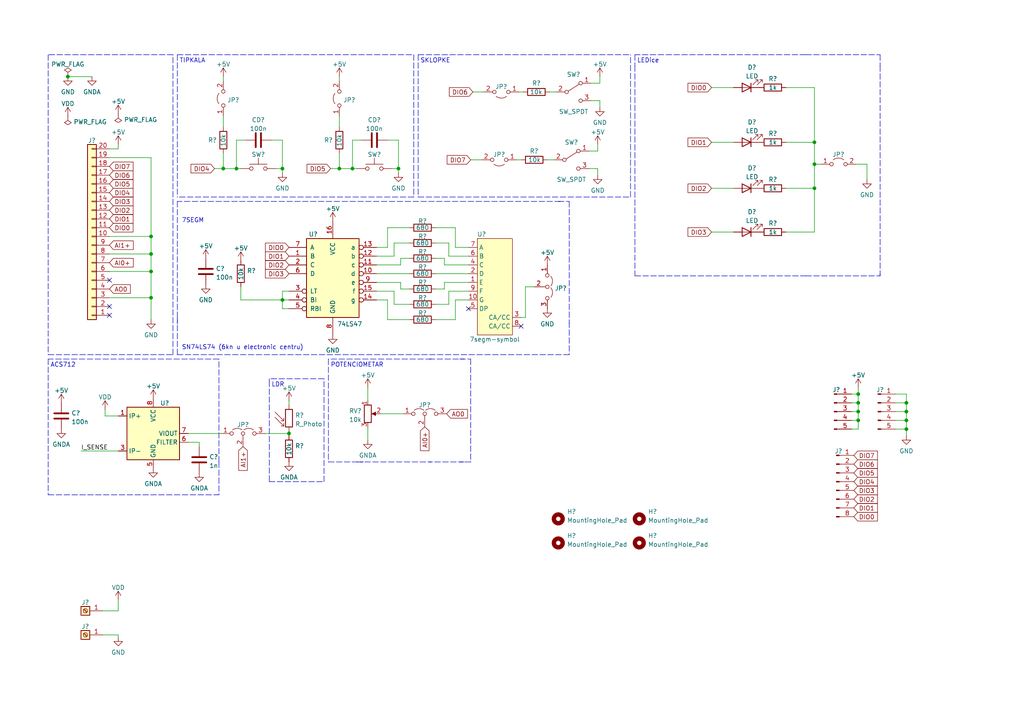
<source format=kicad_sch>
(kicad_sch (version 20211123) (generator eeschema)
  (paper "A4")
  (title_block (title "myDAQExpansionBoard") (date "2022-07-24") (rev "1") (company "TVZ"))
  (lib_symbols
    (symbol "74xx:74LS47" (pin_names (offset 1.016))
      (property "Reference" "U" (at -7.62 11.43 0))
      (property "Value" "74LS47" (at -7.62 -13.97 0))
      (symbol "74LS47_1_0"
        (pin input line (at -12.7 5.08 0) (length 5.08) (name "B") (number "1"))
        (pin open_collector inverted (at 12.7 0 180) (length 5.08) (name "d") (number "10"))
        (pin open_collector inverted (at 12.7 2.54 180) (length 5.08) (name "c") (number "11"))
        (pin open_collector inverted (at 12.7 5.08 180) (length 5.08) (name "b") (number "12"))
        (pin open_collector inverted (at 12.7 7.62 180) (length 5.08) (name "a") (number "13"))
        (pin open_collector inverted (at 12.7 -7.62 180) (length 5.08) (name "g") (number "14"))
        (pin open_collector inverted (at 12.7 -5.08 180) (length 5.08) (name "f") (number "15"))
        (pin power_in line (at 0 15.24 270) (length 5.08) (name "VCC") (number "16"))
        (pin input line (at -12.7 2.54 0) (length 5.08) (name "C") (number "2"))
        (pin input inverted (at -12.7 -5.08 0) (length 5.08) (name "LT") (number "3"))
        (pin input inverted (at -12.7 -7.62 0) (length 5.08) (name "BI") (number "4"))
        (pin input inverted (at -12.7 -10.16 0) (length 5.08) (name "RBI") (number "5"))
        (pin input line (at -12.7 0 0) (length 5.08) (name "D") (number "6"))
        (pin input line (at -12.7 7.62 0) (length 5.08) (name "A") (number "7"))
        (pin power_in line (at 0 -17.78 90) (length 5.08) (name "GND") (number "8"))
        (pin open_collector inverted (at 12.7 -2.54 180) (length 5.08) (name "e") (number "9"))
      )
    )
    (symbol "Connector:Conn_01x05_Male" (pin_names (offset 1.016) hide)
      (property "Reference" "J" (at 0 7.62 0))
      (property "Value" "Conn_01x05_Male" (at 0 -7.62 0))
      (symbol "Conn_01x05_Male_1_1"
        (pin passive line (at 5.08 5.08 180) (length 3.81) (name "Pin_1") (number "1"))
        (pin passive line (at 5.08 2.54 180) (length 3.81) (name "Pin_2") (number "2"))
        (pin passive line (at 5.08 0 180) (length 3.81) (name "Pin_3") (number "3"))
        (pin passive line (at 5.08 -2.54 180) (length 3.81) (name "Pin_4") (number "4"))
        (pin passive line (at 5.08 -5.08 180) (length 3.81) (name "Pin_5") (number "5"))
      )
    )
    (symbol "Connector:Conn_01x08_Male" (pin_names (offset 1.016) hide)
      (property "Reference" "J" (at 0 10.16 0))
      (property "Value" "Conn_01x08_Male" (at 0 -12.7 0))
      (symbol "Conn_01x08_Male_1_1"
        (pin passive line (at 5.08 7.62 180) (length 3.81) (name "Pin_1") (number "1"))
        (pin passive line (at 5.08 5.08 180) (length 3.81) (name "Pin_2") (number "2"))
        (pin passive line (at 5.08 2.54 180) (length 3.81) (name "Pin_3") (number "3"))
        (pin passive line (at 5.08 0 180) (length 3.81) (name "Pin_4") (number "4"))
        (pin passive line (at 5.08 -2.54 180) (length 3.81) (name "Pin_5") (number "5"))
        (pin passive line (at 5.08 -5.08 180) (length 3.81) (name "Pin_6") (number "6"))
        (pin passive line (at 5.08 -7.62 180) (length 3.81) (name "Pin_7") (number "7"))
        (pin passive line (at 5.08 -10.16 180) (length 3.81) (name "Pin_8") (number "8"))
      )
    )
    (symbol "Connector:Screw_Terminal_01x01" (pin_names (offset 1.016) hide)
      (property "Reference" "J" (at 0 2.54 0))
      (property "Value" "Screw_Terminal_01x01" (at 0 -2.54 0))
      (symbol "Screw_Terminal_01x01_1_1"
        (pin passive line (at -5.08 0 0) (length 3.81) (name "Pin_1") (number "1"))
      )
    )
    (symbol "Connector:Screw_Terminal_01x02" (pin_names (offset 1.016) hide)
      (property "Reference" "J" (at 0 2.54 0))
      (property "Value" "Screw_Terminal_01x02" (at 0 -5.08 0))
      (symbol "Screw_Terminal_01x02_1_1"
        (pin passive line (at -5.08 0 0) (length 3.81) (name "Pin_1") (number "1"))
        (pin passive line (at -5.08 -2.54 0) (length 3.81) (name "Pin_2") (number "2"))
      )
    )
    (symbol "Connector_Generic:Conn_01x20" (pin_names (offset 1.016) hide)
      (property "Reference" "J" (at 0 25.4 0))
      (property "Value" "Conn_01x20" (at 0 -27.94 0))
      (symbol "Conn_01x20_1_1"
        (pin passive line (at -5.08 22.86 0) (length 3.81) (name "Pin_1") (number "1"))
        (pin passive line (at -5.08 0 0) (length 3.81) (name "Pin_10") (number "10"))
        (pin passive line (at -5.08 -2.54 0) (length 3.81) (name "Pin_11") (number "11"))
        (pin passive line (at -5.08 -5.08 0) (length 3.81) (name "Pin_12") (number "12"))
        (pin passive line (at -5.08 -7.62 0) (length 3.81) (name "Pin_13") (number "13"))
        (pin passive line (at -5.08 -10.16 0) (length 3.81) (name "Pin_14") (number "14"))
        (pin passive line (at -5.08 -12.7 0) (length 3.81) (name "Pin_15") (number "15"))
        (pin passive line (at -5.08 -15.24 0) (length 3.81) (name "Pin_16") (number "16"))
        (pin passive line (at -5.08 -17.78 0) (length 3.81) (name "Pin_17") (number "17"))
        (pin passive line (at -5.08 -20.32 0) (length 3.81) (name "Pin_18") (number "18"))
        (pin passive line (at -5.08 -22.86 0) (length 3.81) (name "Pin_19") (number "19"))
        (pin passive line (at -5.08 20.32 0) (length 3.81) (name "Pin_2") (number "2"))
        (pin passive line (at -5.08 -25.4 0) (length 3.81) (name "Pin_20") (number "20"))
        (pin passive line (at -5.08 17.78 0) (length 3.81) (name "Pin_3") (number "3"))
        (pin passive line (at -5.08 15.24 0) (length 3.81) (name "Pin_4") (number "4"))
        (pin passive line (at -5.08 12.7 0) (length 3.81) (name "Pin_5") (number "5"))
        (pin passive line (at -5.08 10.16 0) (length 3.81) (name "Pin_6") (number "6"))
        (pin passive line (at -5.08 7.62 0) (length 3.81) (name "Pin_7") (number "7"))
        (pin passive line (at -5.08 5.08 0) (length 3.81) (name "Pin_8") (number "8"))
        (pin passive line (at -5.08 2.54 0) (length 3.81) (name "Pin_9") (number "9"))
      )
    )
    (symbol "Device:C" (pin_numbers hide) (pin_names (offset 0.254))
      (property "Reference" "C" (at 0.635 2.54 0))
      (property "Value" "C" (at 0.635 -2.54 0))
      (symbol "C_1_1"
        (pin passive line (at 0 3.81 270) (length 2.794) (name "~") (number "1"))
        (pin passive line (at 0 -3.81 90) (length 2.794) (name "~") (number "2"))
      )
    )
    (symbol "Device:LED" (pin_numbers hide) (pin_names (offset 1.016) hide)
      (property "Reference" "D" (at 0 2.54 0))
      (property "Value" "LED" (at 0 -2.54 0))
      (symbol "LED_1_1"
        (pin passive line (at -3.81 0 0) (length 2.54) (name "K") (number "1"))
        (pin passive line (at 3.81 0 180) (length 2.54) (name "A") (number "2"))
      )
    )
    (symbol "Device:R" (pin_numbers hide) (pin_names (offset 0))
      (property "Reference" "R" (at 2.032 0 90))
      (property "Value" "R" (at 0 0 90))
      (symbol "R_1_1"
        (pin passive line (at 0 3.81 270) (length 1.27) (name "~") (number "1"))
        (pin passive line (at 0 -3.81 90) (length 1.27) (name "~") (number "2"))
      )
    )
    (symbol "Device:R_Photo" (pin_numbers hide) (pin_names (offset 0))
      (property "Reference" "R" (at 1.27 1.27 0))
      (property "Value" "R_Photo" (at 1.27 0 0))
      (symbol "R_Photo_1_1"
        (pin passive line (at 0 3.81 270) (length 1.27) (name "~") (number "1"))
        (pin passive line (at 0 -3.81 90) (length 1.27) (name "~") (number "2"))
      )
    )
    (symbol "Device:R_Potentiometer" (pin_names (offset 1.016) hide)
      (property "Reference" "RV" (at -4.445 0 90))
      (property "Value" "R_Potentiometer" (at -2.54 0 90))
      (symbol "R_Potentiometer_1_1"
        (pin passive line (at 0 3.81 270) (length 1.27) (name "1") (number "1"))
        (pin passive line (at 3.81 0 180) (length 1.27) (name "2") (number "2"))
        (pin passive line (at 0 -3.81 90) (length 1.27) (name "3") (number "3"))
      )
    )
    (symbol "Driver_Motor:L298N" (pin_names (offset 1.016))
      (property "Reference" "U" (at -10.16 16.51 0))
      (property "Value" "L298N" (at 12.7 16.51 0))
      (symbol "L298N_1_1"
        (pin power_in line (at -7.62 -17.78 90) (length 2.54) (name "SENSE_A") (number "1"))
        (pin input line (at -15.24 2.54 0) (length 2.54) (name "IN3") (number "10"))
        (pin input line (at -15.24 -2.54 0) (length 2.54) (name "EnB") (number "11"))
        (pin input line (at -15.24 0 0) (length 2.54) (name "IN4") (number "12"))
        (pin output line (at 15.24 -2.54 180) (length 2.54) (name "OUT3") (number "13"))
        (pin output line (at 15.24 -5.08 180) (length 2.54) (name "OUT4") (number "14"))
        (pin power_in line (at -5.08 -17.78 90) (length 2.54) (name "SENSE_B") (number "15"))
        (pin output line (at 15.24 5.08 180) (length 2.54) (name "OUT1") (number "2"))
        (pin output line (at 15.24 2.54 180) (length 2.54) (name "OUT2") (number "3"))
        (pin power_in line (at 2.54 17.78 270) (length 2.54) (name "Vs") (number "4"))
        (pin input line (at -15.24 12.7 0) (length 2.54) (name "IN1") (number "5"))
        (pin input line (at -15.24 7.62 0) (length 2.54) (name "EnA") (number "6"))
        (pin input line (at -15.24 10.16 0) (length 2.54) (name "IN2") (number "7"))
        (pin power_in line (at 0 -17.78 90) (length 2.54) (name "GND") (number "8"))
        (pin power_in line (at 0 17.78 270) (length 2.54) (name "Vss") (number "9"))
      )
    )
    (symbol "Jumper:Jumper_2_Open" (pin_names (offset 0) hide)
      (property "Reference" "JP" (at 0 2.794 0))
      (property "Value" "Jumper_2_Open" (at 0 -2.286 0))
      (symbol "Jumper_2_Open_1_1"
        (pin passive line (at -5.08 0 0) (length 2.54) (name "A") (number "1"))
        (pin passive line (at 5.08 0 180) (length 2.54) (name "B") (number "2"))
      )
    )
    (symbol "Jumper:Jumper_3_Open" (pin_names (offset 0) hide)
      (property "Reference" "JP" (at -2.54 -2.54 0))
      (property "Value" "Jumper_3_Open" (at 0 2.794 0))
      (symbol "Jumper_3_Open_1_1"
        (pin passive line (at -6.35 0 0) (length 2.54) (name "A") (number "1"))
        (pin passive line (at 0 -3.81 90) (length 2.54) (name "C") (number "2"))
        (pin passive line (at 6.35 0 180) (length 2.54) (name "B") (number "3"))
      )
    )
    (symbol "Mechanical:MountingHole" (pin_names (offset 1.016))
      (property "Reference" "H" (at 0 5.08 0))
      (property "Value" "MountingHole" (at 0 3.175 0))
    )
    (symbol "Sensor_Current:ACS712xLCTR-05B"
      (property "Reference" "U" (at 2.54 11.43 0))
      (property "Value" "ACS712xLCTR-05B" (at 2.54 8.89 0))
      (symbol "ACS712xLCTR-05B_1_1"
        (pin passive line (at -10.16 5.08 0) (length 2.54) (name "IP+") (number "1"))
        (pin passive line (at -10.16 5.08 0) (length 2.54) hide (name "IP+") (number "2"))
        (pin passive line (at -10.16 -5.08 0) (length 2.54) (name "IP-") (number "3"))
        (pin passive line (at -10.16 -5.08 0) (length 2.54) hide (name "IP-") (number "4"))
        (pin power_in line (at 0 -10.16 90) (length 2.54) (name "GND") (number "5"))
        (pin passive line (at 10.16 -2.54 180) (length 2.54) (name "FILTER") (number "6"))
        (pin output line (at 10.16 0 180) (length 2.54) (name "VIOUT") (number "7"))
        (pin power_in line (at 0 10.16 270) (length 2.54) (name "VCC") (number "8"))
      )
    )
    (symbol "Switch:SW_Push" (pin_numbers hide) (pin_names (offset 1.016) hide)
      (property "Reference" "SW" (at 1.27 2.54 0))
      (property "Value" "SW_Push" (at 0 -1.524 0))
      (symbol "SW_Push_0_1"
        (pin passive line (at -5.08 0 0) (length 2.54) (name "1") (number "1"))
        (pin passive line (at 5.08 0 180) (length 2.54) (name "2") (number "2"))
      )
    )
    (symbol "Switch:SW_SPDT" (pin_names (offset 0) hide)
      (property "Reference" "SW" (at 0 4.318 0))
      (property "Value" "SW_SPDT" (at 0 -5.08 0))
      (symbol "SW_SPDT_1_1"
        (pin passive line (at 5.08 2.54 180) (length 2.54) (name "A") (number "1"))
        (pin passive line (at -5.08 0 0) (length 2.54) (name "B") (number "2"))
        (pin passive line (at 5.08 -2.54 180) (length 2.54) (name "C") (number "3"))
      )
    )
    (symbol "Symbols:7segm-symbol"
      (property "Reference" "U" (at -5.08 15.24 0))
      (property "Value" "7segm-symbol" (at 7.62 -17.78 0))
      (symbol "7segm-symbol_1_1"
        (pin input line (at -7.62 0 0) (length 2.54) (name "E") (number "1"))
        (pin input line (at -7.62 -5.08 0) (length 2.54) (name "G") (number "10"))
        (pin input line (at -7.62 2.54 0) (length 2.54) (name "D") (number "2"))
        (pin input line (at 7.62 -10.16 180) (length 2.54) (name "CA/CC") (number "3"))
        (pin input line (at -7.62 5.08 0) (length 2.54) (name "C") (number "4"))
        (pin input line (at -7.62 -7.62 0) (length 2.54) (name "DP") (number "5"))
        (pin input line (at -7.62 7.62 0) (length 2.54) (name "B") (number "6"))
        (pin input line (at -7.62 10.16 0) (length 2.54) (name "A") (number "7"))
        (pin input line (at 7.62 -12.7 180) (length 2.54) (name "CA/CC") (number "8"))
        (pin input line (at -7.62 -2.54 0) (length 2.54) (name "F") (number "9"))
      )
    )
    (symbol "power:+5V" (power) (pin_names (offset 0))
      (property "Value" "+5V" (at 0 3.556 0))
      (symbol "+5V_1_1"
        (pin power_in line (at 0 0 90) (length 0) hide (name "+5V") (number "1"))
      )
    )
    (symbol "power:GND" (power) (pin_names (offset 0))
      (property "Value" "GND" (at 0 -3.81 0))
      (symbol "GND_1_1"
        (pin power_in line (at 0 0 270) (length 0) hide (name "GND") (number "1"))
      )
    )
    (symbol "power:GNDA" (power) (pin_names (offset 0))
      (property "Value" "GNDA" (at 0 -3.81 0))
      (symbol "GNDA_1_1"
        (pin power_in line (at 0 0 270) (length 0) hide (name "GNDA") (number "1"))
      )
    )
    (symbol "power:PWR_FLAG" (power) (pin_numbers hide) (pin_names (offset 0) hide)
      (property "Value" "PWR_FLAG" (at 0 3.81 0))
      (symbol "PWR_FLAG_0_0"
        (pin power_out line (at 0 0 90) (length 0) (name "pwr") (number "1"))
      )
    )
    (symbol "power:VDD" (power) (pin_names (offset 0))
      (property "Value" "VDD" (at 0 3.81 0))
      (symbol "VDD_1_1"
        (pin power_in line (at 0 0 90) (length 0) hide (name "VDD") (number "1"))
      )
    )
  )
  (junction (at 248.92 116.84))
  (junction (at 248.92 114.3))
  (junction (at 262.89 124.46))
  (junction (at 389.89 83.185))
  (junction (at 236.22 47.625))
  (junction (at 262.89 121.92))
  (junction (at 68.58 48.895))
  (junction (at 115.57 48.895))
  (junction (at 81.915 48.895))
  (junction (at 102.235 48.895))
  (junction (at 83.82 125.73))
  (junction (at 236.22 41.275))
  (junction (at 248.92 121.92))
  (junction (at 236.22 54.61))
  (junction (at 262.89 119.38))
  (junction (at 19.685 22.225))
  (junction (at 43.815 73.66))
  (junction (at 81.915 86.995))
  (junction (at 43.815 78.74))
  (junction (at 43.815 86.36))
  (junction (at 64.77 48.895))
  (junction (at 262.89 116.84))
  (junction (at 98.425 48.895))
  (junction (at 248.92 119.38))
  (junction (at 43.815 68.58))
  (no_connect (at 135.89 89.535))
  (no_connect (at 31.75 88.9))
  (no_connect (at 31.75 81.28))
  (no_connect (at 31.75 91.44))
  (no_connect (at 151.13 94.615))
  (wire (pts (xy 43.815 86.36) (xy 43.815 78.74)))
  (wire (pts (xy 236.22 54.61) (xy 236.22 47.625)))
  (wire (pts (xy 62.23 48.895) (xy 64.77 48.895)))
  (wire (pts (xy 80.01 48.895) (xy 81.915 48.895)))
  (wire (pts (xy 251.46 47.625) (xy 248.285 47.625)))
  (wire (pts (xy 112.395 40.64) (xy 115.57 40.64)))
  (wire (pts (xy 259.715 121.92) (xy 262.89 121.92)))
  (wire (pts (xy 106.68 123.825) (xy 106.68 127.635)))
  (polyline (pts (xy 165.1 102.87) (xy 51.435 102.87)))
  (polyline (pts (xy 133.35 104.14) (xy 136.525 104.14)))
  (wire (pts (xy 137.16 26.67) (xy 140.335 26.67)))
  (wire (pts (xy 81.915 86.995) (xy 69.85 86.995)))
  (wire (pts (xy 238.125 47.625) (xy 236.22 47.625)))
  (wire (pts (xy 115.57 40.64) (xy 115.57 48.895)))
  (wire (pts (xy 31.75 43.18) (xy 34.29 43.18)))
  (polyline (pts (xy 51.435 15.875) (xy 120.015 15.875)))
  (wire (pts (xy 128.905 81.915) (xy 128.905 83.82)))
  (wire (pts (xy 158.75 46.355) (xy 160.655 46.355)))
  (wire (pts (xy 126.365 79.375) (xy 135.89 79.375)))
  (wire (pts (xy 236.22 47.625) (xy 236.22 41.275)))
  (polyline (pts (xy 121.285 57.15) (xy 182.88 57.15)))
  (polyline (pts (xy 51.435 58.42) (xy 51.435 93.98)))
  (wire (pts (xy 112.395 86.995) (xy 109.22 86.995)))
  (wire (pts (xy 248.92 114.3) (xy 248.92 116.84)))
  (wire (pts (xy 54.61 125.73) (xy 64.135 125.73)))
  (wire (pts (xy 149.86 46.355) (xy 151.13 46.355)))
  (polyline (pts (xy 184.15 80.01) (xy 233.68 80.01)))
  (wire (pts (xy 118.745 92.71) (xy 112.395 92.71)))
  (wire (pts (xy 338.455 83.185) (xy 389.89 83.185)))
  (polyline (pts (xy 13.97 102.87) (xy 50.165 102.87)))
  (wire (pts (xy 114.3 70.485) (xy 114.3 74.295)))
  (wire (pts (xy 116.205 83.82) (xy 116.205 81.915)))
  (wire (pts (xy 68.58 48.895) (xy 69.85 48.895)))
  (wire (pts (xy 206.375 67.31) (xy 212.725 67.31)))
  (wire (pts (xy 31.75 68.58) (xy 43.815 68.58)))
  (polyline (pts (xy 184.15 15.875) (xy 184.15 19.05)))
  (wire (pts (xy 81.915 84.455) (xy 81.915 86.995)))
  (polyline (pts (xy 121.285 15.875) (xy 121.285 57.15)))
  (polyline (pts (xy 136.525 104.14) (xy 136.525 133.985)))
  (wire (pts (xy 19.685 22.225) (xy 26.67 22.225)))
  (polyline (pts (xy 93.98 139.7) (xy 93.98 109.855)))
  (wire (pts (xy 154.94 83.185) (xy 152.4 83.185)))
  (wire (pts (xy 118.745 70.485) (xy 114.3 70.485)))
  (wire (pts (xy 31.75 78.74) (xy 43.815 78.74)))
  (wire (pts (xy 102.235 40.64) (xy 102.235 48.895)))
  (wire (pts (xy 173.99 31.115) (xy 173.99 29.21)))
  (wire (pts (xy 116.205 81.915) (xy 109.22 81.915)))
  (wire (pts (xy 98.425 22.225) (xy 98.425 23.495)))
  (wire (pts (xy 132.08 66.04) (xy 126.365 66.04)))
  (polyline (pts (xy 121.285 15.875) (xy 182.88 15.875)))
  (wire (pts (xy 98.425 33.655) (xy 98.425 36.83)))
  (wire (pts (xy 173.99 29.21) (xy 171.45 29.21)))
  (polyline (pts (xy 63.5 133.985) (xy 63.5 104.14)))
  (wire (pts (xy 43.815 73.66) (xy 43.815 68.58)))
  (wire (pts (xy 112.395 66.04) (xy 112.395 71.755)))
  (wire (pts (xy 57.785 128.27) (xy 57.785 129.54)))
  (wire (pts (xy 248.92 121.92) (xy 248.92 124.46)))
  (wire (pts (xy 338.455 85.725) (xy 338.455 83.185)))
  (wire (pts (xy 259.715 119.38) (xy 262.89 119.38)))
  (wire (pts (xy 247.015 114.3) (xy 248.92 114.3)))
  (wire (pts (xy 206.375 25.4) (xy 212.725 25.4)))
  (wire (pts (xy 115.57 50.165) (xy 115.57 48.895)))
  (wire (pts (xy 102.235 40.64) (xy 104.775 40.64)))
  (wire (pts (xy 135.89 76.835) (xy 128.905 76.835)))
  (wire (pts (xy 78.74 40.64) (xy 81.915 40.64)))
  (wire (pts (xy 262.89 126.365) (xy 262.89 124.46)))
  (wire (pts (xy 43.815 78.74) (xy 43.815 73.66)))
  (wire (pts (xy 95.885 48.895) (xy 98.425 48.895)))
  (wire (pts (xy 98.425 48.895) (xy 102.235 48.895)))
  (wire (pts (xy 30.48 120.65) (xy 30.48 118.745)))
  (wire (pts (xy 130.175 88.265) (xy 126.365 88.265)))
  (wire (pts (xy 389.89 83.185) (xy 389.89 80.01)))
  (wire (pts (xy 392.43 83.185) (xy 408.94 83.185)))
  (polyline (pts (xy 78.105 110.49) (xy 78.105 139.7)))
  (wire (pts (xy 128.905 76.835) (xy 128.905 74.93)))
  (wire (pts (xy 259.715 116.84) (xy 262.89 116.84)))
  (wire (pts (xy 135.89 74.295) (xy 130.175 74.295)))
  (polyline (pts (xy 125.095 104.14) (xy 95.25 104.14)))
  (wire (pts (xy 405.13 110.49) (xy 413.385 110.49)))
  (wire (pts (xy 247.015 116.84) (xy 248.92 116.84)))
  (wire (pts (xy 248.92 116.84) (xy 248.92 119.38)))
  (wire (pts (xy 34.29 177.165) (xy 34.29 173.99)))
  (wire (pts (xy 69.85 83.185) (xy 69.85 86.995)))
  (wire (pts (xy 68.58 40.64) (xy 71.12 40.64)))
  (wire (pts (xy 118.745 88.265) (xy 114.3 88.265)))
  (wire (pts (xy 109.22 79.375) (xy 118.745 79.375)))
  (polyline (pts (xy 134.62 133.985) (xy 124.46 133.985)))
  (wire (pts (xy 83.82 116.205) (xy 83.82 117.475)))
  (wire (pts (xy 247.015 119.38) (xy 248.92 119.38)))
  (wire (pts (xy 236.22 67.31) (xy 236.22 54.61)))
  (wire (pts (xy 248.92 112.395) (xy 248.92 114.3)))
  (wire (pts (xy 152.4 83.185) (xy 152.4 92.075)))
  (polyline (pts (xy 93.98 109.855) (xy 78.105 109.855)))
  (wire (pts (xy 81.915 48.895) (xy 81.915 50.165)))
  (wire (pts (xy 114.3 84.455) (xy 109.22 84.455)))
  (wire (pts (xy 68.58 40.64) (xy 68.58 48.895)))
  (wire (pts (xy 116.205 76.835) (xy 109.22 76.835)))
  (wire (pts (xy 372.745 107.95) (xy 372.745 116.84)))
  (polyline (pts (xy 103.505 133.985) (xy 125.095 133.985)))
  (wire (pts (xy 64.77 48.895) (xy 68.58 48.895)))
  (wire (pts (xy 34.29 120.65) (xy 30.48 120.65)))
  (wire (pts (xy 262.89 124.46) (xy 262.89 121.92)))
  (wire (pts (xy 227.965 41.275) (xy 236.22 41.275)))
  (wire (pts (xy 34.29 184.15) (xy 34.29 184.785)))
  (wire (pts (xy 128.905 74.93) (xy 126.365 74.93)))
  (wire (pts (xy 136.525 46.355) (xy 139.7 46.355)))
  (wire (pts (xy 135.89 71.755) (xy 132.08 71.755)))
  (polyline (pts (xy 233.68 15.875) (xy 255.27 15.875)))
  (polyline (pts (xy 161.925 58.42) (xy 165.1 58.42)))
  (polyline (pts (xy 63.5 133.985) (xy 63.5 143.51)))
  (wire (pts (xy 81.915 89.535) (xy 81.915 86.995)))
  (polyline (pts (xy 50.165 15.875) (xy 13.97 15.875)))
  (wire (pts (xy 98.425 48.895) (xy 98.425 44.45)))
  (wire (pts (xy 31.75 86.36) (xy 43.815 86.36)))
  (wire (pts (xy 171.45 24.13) (xy 173.99 24.13)))
  (wire (pts (xy 366.395 97.79) (xy 374.65 97.79)))
  (polyline (pts (xy 120.015 57.15) (xy 51.435 57.15)))
  (wire (pts (xy 128.905 83.82) (xy 126.365 83.82)))
  (wire (pts (xy 83.82 125.095) (xy 83.82 125.73)))
  (wire (pts (xy 81.915 86.995) (xy 83.82 86.995)))
  (polyline (pts (xy 255.27 19.05) (xy 255.27 80.01)))
  (wire (pts (xy 43.815 68.58) (xy 43.815 45.72)))
  (wire (pts (xy 112.395 92.71) (xy 112.395 86.995)))
  (polyline (pts (xy 78.105 139.7) (xy 93.98 139.7)))
  (polyline (pts (xy 13.97 143.51) (xy 63.5 143.51)))
  (wire (pts (xy 374.65 107.95) (xy 372.745 107.95)))
  (polyline (pts (xy 165.1 58.42) (xy 165.1 93.98)))
  (wire (pts (xy 31.75 73.66) (xy 43.815 73.66)))
  (wire (pts (xy 405.13 100.33) (xy 413.385 100.33)))
  (wire (pts (xy 114.3 74.295) (xy 109.22 74.295)))
  (wire (pts (xy 29.845 184.15) (xy 34.29 184.15)))
  (polyline (pts (xy 165.1 93.345) (xy 165.1 102.87)))
  (wire (pts (xy 81.915 40.64) (xy 81.915 48.895)))
  (wire (pts (xy 247.015 121.92) (xy 248.92 121.92)))
  (wire (pts (xy 106.68 116.205) (xy 106.68 112.395)))
  (polyline (pts (xy 63.5 104.14) (xy 13.97 104.14)))
  (wire (pts (xy 132.08 71.755) (xy 132.08 66.04)))
  (wire (pts (xy 64.77 48.895) (xy 64.77 44.45)))
  (wire (pts (xy 130.175 70.485) (xy 126.365 70.485)))
  (wire (pts (xy 130.175 84.455) (xy 130.175 88.265)))
  (wire (pts (xy 227.965 54.61) (xy 236.22 54.61)))
  (wire (pts (xy 356.235 97.79) (xy 358.775 97.79)))
  (wire (pts (xy 248.92 124.46) (xy 247.015 124.46)))
  (wire (pts (xy 102.235 48.895) (xy 103.505 48.895)))
  (wire (pts (xy 259.715 124.46) (xy 262.89 124.46)))
  (wire (pts (xy 83.82 84.455) (xy 81.915 84.455)))
  (wire (pts (xy 76.835 125.73) (xy 83.82 125.73)))
  (wire (pts (xy 262.89 119.38) (xy 262.89 116.84)))
  (polyline (pts (xy 255.27 15.875) (xy 255.27 19.05)))
  (wire (pts (xy 130.175 74.295) (xy 130.175 70.485)))
  (polyline (pts (xy 255.27 80.01) (xy 255.27 79.375)))
  (wire (pts (xy 112.395 71.755) (xy 109.22 71.755)))
  (polyline (pts (xy 136.525 133.985) (xy 133.35 133.985)))
  (wire (pts (xy 64.77 33.655) (xy 64.77 36.83)))
  (wire (pts (xy 114.3 88.265) (xy 114.3 84.455)))
  (wire (pts (xy 405.13 107.95) (xy 413.385 107.95)))
  (polyline (pts (xy 233.68 15.875) (xy 184.15 15.875)))
  (polyline (pts (xy 182.88 57.15) (xy 182.88 15.875)))
  (polyline (pts (xy 95.25 104.14) (xy 95.25 133.985)))
  (wire (pts (xy 135.89 86.995) (xy 132.08 86.995)))
  (polyline (pts (xy 78.105 109.855) (xy 78.105 110.49)))
  (wire (pts (xy 206.375 54.61) (xy 212.725 54.61)))
  (polyline (pts (xy 13.97 104.14) (xy 13.97 143.51)))
  (wire (pts (xy 248.92 119.38) (xy 248.92 121.92)))
  (polyline (pts (xy 95.25 133.985) (xy 105.41 133.985)))
  (wire (pts (xy 173.355 50.8) (xy 173.355 48.895)))
  (polyline (pts (xy 50.165 102.87) (xy 50.165 15.875)))
  (wire (pts (xy 170.815 43.815) (xy 173.355 43.815)))
  (wire (pts (xy 34.29 43.18) (xy 34.29 41.91)))
  (polyline (pts (xy 124.46 104.14) (xy 134.62 104.14)))
  (wire (pts (xy 43.815 92.71) (xy 43.815 86.36)))
  (wire (pts (xy 227.965 67.31) (xy 236.22 67.31)))
  (wire (pts (xy 262.89 121.92) (xy 262.89 119.38)))
  (wire (pts (xy 135.89 84.455) (xy 130.175 84.455)))
  (wire (pts (xy 262.89 114.3) (xy 259.715 114.3)))
  (wire (pts (xy 405.13 102.87) (xy 413.385 102.87)))
  (wire (pts (xy 135.89 81.915) (xy 128.905 81.915)))
  (wire (pts (xy 110.49 120.015) (xy 116.84 120.015)))
  (wire (pts (xy 173.99 24.13) (xy 173.99 22.225)))
  (wire (pts (xy 118.745 83.82) (xy 116.205 83.82)))
  (wire (pts (xy 361.95 116.84) (xy 363.22 116.84)))
  (wire (pts (xy 251.46 52.07) (xy 251.46 47.625)))
  (polyline (pts (xy 51.435 102.87) (xy 51.435 92.075)))
  (polyline (pts (xy 233.68 80.01) (xy 255.27 80.01)))
  (wire (pts (xy 236.22 41.275) (xy 236.22 25.4)))
  (wire (pts (xy 132.08 86.995) (xy 132.08 92.71)))
  (wire (pts (xy 132.08 92.71) (xy 126.365 92.71)))
  (wire (pts (xy 29.845 177.165) (xy 34.29 177.165)))
  (wire (pts (xy 150.495 26.67) (xy 151.765 26.67)))
  (polyline (pts (xy 51.435 15.875) (xy 51.435 57.15)))
  (wire (pts (xy 118.745 74.93) (xy 116.205 74.93)))
  (wire (pts (xy 83.82 89.535) (xy 81.915 89.535)))
  (wire (pts (xy 43.815 45.72) (xy 31.75 45.72)))
  (wire (pts (xy 173.355 43.815) (xy 173.355 41.91)))
  (wire (pts (xy 408.94 85.725) (xy 408.94 83.185)))
  (wire (pts (xy 151.13 92.075) (xy 152.4 92.075)))
  (wire (pts (xy 54.61 128.27) (xy 57.785 128.27)))
  (wire (pts (xy 392.43 83.185) (xy 392.43 87.63)))
  (wire (pts (xy 23.495 130.81) (xy 34.29 130.81)))
  (polyline (pts (xy 184.15 19.05) (xy 184.15 80.01)))
  (wire (pts (xy 389.89 83.185) (xy 389.89 87.63)))
  (wire (pts (xy 116.205 74.93) (xy 116.205 76.835)))
  (wire (pts (xy 173.355 48.895) (xy 170.815 48.895)))
  (wire (pts (xy 236.22 25.4) (xy 227.965 25.4)))
  (polyline (pts (xy 13.97 15.875) (xy 13.97 102.87)))
  (wire (pts (xy 159.385 26.67) (xy 161.29 26.67)))
  (wire (pts (xy 372.745 116.84) (xy 370.84 116.84)))
  (wire (pts (xy 206.375 41.275) (xy 212.725 41.275)))
  (polyline (pts (xy 162.56 58.42) (xy 51.435 58.42)))
  (wire (pts (xy 118.745 66.04) (xy 112.395 66.04)))
  (wire (pts (xy 262.89 116.84) (xy 262.89 114.3)))
  (wire (pts (xy 83.82 125.73) (xy 83.82 126.365)))
  (wire (pts (xy 113.665 48.895) (xy 115.57 48.895)))
  (wire (pts (xy 64.77 22.225) (xy 64.77 23.495)))
  (polyline (pts (xy 120.015 15.875) (xy 120.015 57.15)))
  (text "SN74LS74 (6kn u electronic centru)" (at 52.705 101.6 0) (effects (font (size 1.27 1.27)) (justify left bottom)))
  (text "POTENCIOMETAR" (at 95.885 106.68 0) (effects (font (size 1.27 1.27)) (justify left bottom)))
  (text "7SEGM" (at 52.705 64.77 0) (effects (font (size 1.27 1.27)) (justify left bottom)))
  (text "ACS712" (at 14.605 106.68 0) (effects (font (size 1.27 1.27)) (justify left bottom)))
  (text "TIPKALA" (at 52.07 18.415 0) (effects (font (size 1.27 1.27)) (justify left bottom)))
  (text "LDR" (at 78.74 112.395 0) (effects (font (size 1.27 1.27)) (justify left bottom)))
  (text "LEDice" (at 184.785 18.415 0) (effects (font (size 1.27 1.27)) (justify left bottom)))
  (text "SKLOPKE" (at 121.92 18.415 0) (effects (font (size 1.27 1.27)) (justify left bottom)))
  (label "I_SENSE" (at 23.495 130.81 0))
  (label "I_SENSE" (at 394.97 83.185 0))
  (global_label "DIO5" (shape input) (at 95.885 48.895 180) (property "Intersheet References" "${INTERSHEET_REFS}" (effects hide)))
  (global_label "DIO1" (shape input) (at 374.65 95.25 180) (property "Intersheet References" "${INTERSHEET_REFS}" (effects hide)))
  (global_label "DIO3" (shape input) (at 374.65 105.41 180) (property "Intersheet References" "${INTERSHEET_REFS}" (effects hide)))
  (global_label "DIO3" (shape input) (at 83.82 79.375 180) (property "Intersheet References" "${INTERSHEET_REFS}" (effects hide)))
  (global_label "DIO0" (shape input) (at 374.65 92.71 180) (property "Intersheet References" "${INTERSHEET_REFS}" (effects hide)))
  (global_label "DIO3" (shape input) (at 206.375 67.31 180) (property "Intersheet References" "${INTERSHEET_REFS}" (effects hide)))
  (global_label "DIO1" (shape input) (at 83.82 74.295 180) (property "Intersheet References" "${INTERSHEET_REFS}" (effects hide)))
  (global_label "AI1+" (shape input) (at 31.75 71.12 0) (property "Intersheet References" "${INTERSHEET_REFS}" (effects hide)))
  (global_label "AI0+" (shape input) (at 31.75 76.2 0) (property "Intersheet References" "${INTERSHEET_REFS}" (effects hide)))
  (global_label "DIO1" (shape input) (at 206.375 41.275 180) (property "Intersheet References" "${INTERSHEET_REFS}" (effects hide)))
  (global_label "DIO7" (shape input) (at 247.65 132.08 0) (property "Intersheet References" "${INTERSHEET_REFS}" (effects hide)))
  (global_label "DIO2" (shape input) (at 247.65 144.78 0) (property "Intersheet References" "${INTERSHEET_REFS}" (effects hide)))
  (global_label "DIO4" (shape input) (at 62.23 48.895 180) (property "Intersheet References" "${INTERSHEET_REFS}" (effects hide)))
  (global_label "AI0+" (shape input) (at 123.19 123.825 270) (property "Intersheet References" "${INTERSHEET_REFS}" (effects hide)))
  (global_label "DIO0" (shape input) (at 247.65 149.86 0) (property "Intersheet References" "${INTERSHEET_REFS}" (effects hide)))
  (global_label "DIO2" (shape input) (at 206.375 54.61 180) (property "Intersheet References" "${INTERSHEET_REFS}" (effects hide)))
  (global_label "DIO4" (shape input) (at 247.65 139.7 0) (property "Intersheet References" "${INTERSHEET_REFS}" (effects hide)))
  (global_label "DIO4" (shape input) (at 31.75 55.88 0) (property "Intersheet References" "${INTERSHEET_REFS}" (effects hide)))
  (global_label "AI1+" (shape input) (at 70.485 129.54 270) (property "Intersheet References" "${INTERSHEET_REFS}" (effects hide)))
  (global_label "DIO3" (shape input) (at 31.75 58.42 0) (property "Intersheet References" "${INTERSHEET_REFS}" (effects hide)))
  (global_label "DIO1" (shape input) (at 247.65 147.32 0) (property "Intersheet References" "${INTERSHEET_REFS}" (effects hide)))
  (global_label "DIO6" (shape input) (at 137.16 26.67 180) (property "Intersheet References" "${INTERSHEET_REFS}" (effects hide)))
  (global_label "DIO5" (shape input) (at 31.75 53.34 0) (property "Intersheet References" "${INTERSHEET_REFS}" (effects hide)))
  (global_label "DIO2" (shape input) (at 31.75 60.96 0) (property "Intersheet References" "${INTERSHEET_REFS}" (effects hide)))
  (global_label "DIO0" (shape input) (at 31.75 66.04 0) (property "Intersheet References" "${INTERSHEET_REFS}" (effects hide)))
  (global_label "DIO0" (shape input) (at 83.82 71.755 180) (property "Intersheet References" "${INTERSHEET_REFS}" (effects hide)))
  (global_label "DIO7" (shape input) (at 136.525 46.355 180) (property "Intersheet References" "${INTERSHEET_REFS}" (effects hide)))
  (global_label "AO0" (shape input) (at 31.75 83.82 0) (property "Intersheet References" "${INTERSHEET_REFS}" (effects hide)))
  (global_label "DIO1" (shape input) (at 31.75 63.5 0) (property "Intersheet References" "${INTERSHEET_REFS}" (effects hide)))
  (global_label "DIO0" (shape input) (at 206.375 25.4 180) (property "Intersheet References" "${INTERSHEET_REFS}" (effects hide)))
  (global_label "DIO7" (shape input) (at 31.75 48.26 0) (property "Intersheet References" "${INTERSHEET_REFS}" (effects hide)))
  (global_label "AO0" (shape input) (at 129.54 120.015 0) (property "Intersheet References" "${INTERSHEET_REFS}" (effects hide)))
  (global_label "DIO6" (shape input) (at 31.75 50.8 0) (property "Intersheet References" "${INTERSHEET_REFS}" (effects hide)))
  (global_label "DIO5" (shape input) (at 247.65 137.16 0) (property "Intersheet References" "${INTERSHEET_REFS}" (effects hide)))
  (global_label "DIO6" (shape input) (at 247.65 134.62 0) (property "Intersheet References" "${INTERSHEET_REFS}" (effects hide)))
  (global_label "DIO2" (shape input) (at 374.65 102.87 180) (property "Intersheet References" "${INTERSHEET_REFS}" (effects hide)))
  (global_label "DIO2" (shape input) (at 83.82 76.835 180) (property "Intersheet References" "${INTERSHEET_REFS}" (effects hide)))
  (global_label "DIO3" (shape input) (at 247.65 142.24 0) (property "Intersheet References" "${INTERSHEET_REFS}" (effects hide)))
  (symbol (lib_id "Device:R") (at 224.155 54.61 90) (unit 1)
    (property "Reference" "R?" (at 224.155 52.07 90))
    (property "Value" "1k" (at 224.155 54.61 90))
    (property "Footprint" "Resistor_SMD:R_0603_1608Metric" (effects hide))
  )
  (symbol (lib_id "Device:LED") (at 216.535 25.4 180) (unit 1)
    (property "Reference" "D?" (at 218.1225 19.5412 0))
    (property "Value" "LED" (at 218.1225 22.0781 0))
    (property "Footprint" "LED_THT:LED_D5.0mm" (effects hide))
  )
  (symbol (lib_id "power:+5V") (at 158.75 76.835 0) (unit 1)
    (property "Reference" "#PWR?" (effects hide))
    (property "Value" "+5V" (at 158.75 73.2592 0))
  )
  (symbol (lib_id "Device:R") (at 64.77 40.64 0) (unit 1)
    (property "Reference" "R?" (at 60.325 40.64 0) (effects (justify left)))
    (property "Value" "10k" (at 64.77 42.545 90) (effects (justify left)))
    (property "Footprint" "Resistor_SMD:R_0603_1608Metric" (effects hide))
  )
  (symbol (lib_id "74xx:74LS47") (at 96.52 79.375 0) (unit 1)
    (property "Reference" "U?" (at 89.535 67.945 0) (effects (justify left)))
    (property "Value" "74LS47" (at 97.79 93.98 0) (effects (justify left)))
    (property "Footprint" "Package_DIP:DIP-16_W7.62mm" (effects hide))
    (property "Datasheet" "http://www.ti.com/lit/gpn/sn74LS47" (effects hide))
  )
  (symbol (lib_id "Symbols:7segm-symbol") (at 143.51 81.915 0) (unit 1)
    (property "Reference" "U?" (at 139.7 67.945 0))
    (property "Value" "7segm-symbol" (at 143.51 98.425 0))
    (property "Footprint" "Library:7segm-SA52" (effects hide))
  )
  (symbol (lib_id "Device:LED") (at 216.535 54.61 180) (unit 1)
    (property "Reference" "D?" (at 218.1225 48.7512 0))
    (property "Value" "LED" (at 218.1225 51.2881 0))
    (property "Footprint" "LED_THT:LED_D5.0mm" (effects hide))
  )
  (symbol (lib_id "Device:R") (at 224.155 67.31 90) (unit 1)
    (property "Reference" "R?" (at 224.155 64.77 90))
    (property "Value" "1k" (at 224.155 67.31 90))
    (property "Footprint" "Resistor_SMD:R_0603_1608Metric" (effects hide))
  )
  (symbol (lib_id "Device:R") (at 367.03 116.84 90) (unit 1)
    (property "Reference" "R?" (at 367.03 114.935 90))
    (property "Value" "10k" (at 367.03 116.84 90))
    (property "Footprint" "Resistor_SMD:R_0603_1608Metric" (effects hide))
  )
  (symbol (lib_id "Mechanical:MountingHole") (at 161.925 150.495 0) (unit 1)
    (property "Reference" "H?" (at 164.465 148.3903 0) (effects (justify left)))
    (property "Value" "MountingHole_Pad" (at 164.465 150.9272 0) (effects (justify left)))
    (property "Footprint" "MountingHole:MountingHole_3.2mm_M3" (effects hide))
  )
  (symbol (lib_id "Device:C") (at 108.585 40.64 90) (unit 1)
    (property "Reference" "CD?" (at 108.585 34.7812 90))
    (property "Value" "100n" (at 108.585 37.3181 90))
    (property "Footprint" "Capacitor_SMD:C_0603_1608Metric" (effects hide))
  )
  (symbol (lib_id "Jumper:Jumper_3_Open") (at 70.485 125.73 0) (unit 1)
    (property "Reference" "JP?" (at 70.485 123.195 0))
    (property "Value" "Jumper_3_Open" (effects hide))
    (property "Footprint" "Connector_PinHeader_2.54mm:PinHeader_1x03_P2.54mm_Vertical" (effects hide))
  )
  (symbol (lib_id "Sensor_Current:ACS712xLCTR-05B") (at 44.45 125.73 0) (unit 1)
    (property "Reference" "U?" (at 46.4694 116.9472 0) (effects (justify left)))
    (property "Value" "ACS712xLCTR-05B" (effects hide))
    (property "Footprint" "Package_SO:SOIC-8_3.9x4.9mm_P1.27mm" (effects hide))
    (property "Datasheet" "http://www.allegromicro.com/~/media/Files/Datasheets/ACS712-Datasheet.ashx?la=en" (effects hide))
  )
  (symbol (lib_id "Connector:Screw_Terminal_01x01") (at 24.765 184.15 180) (unit 1)
    (property "Reference" "J?" (at 24.765 181.7172 0))
    (property "Value" "Screw_Terminal_01x01" (effects hide))
    (property "Footprint" "Library:DELTRON 4mm banana socket - black" (effects hide))
  )
  (symbol (lib_id "Device:R") (at 122.555 66.04 90) (unit 1)
    (property "Reference" "R?" (at 122.555 64.135 90))
    (property "Value" "680" (at 122.555 66.04 90))
    (property "Footprint" "Resistor_SMD:R_0603_1608Metric" (effects hide))
  )
  (symbol (lib_id "Device:R") (at 98.425 40.64 0) (unit 1)
    (property "Reference" "R?" (at 93.98 40.64 0) (effects (justify left)))
    (property "Value" "10k" (at 98.425 42.545 90) (effects (justify left)))
    (property "Footprint" "Resistor_SMD:R_0603_1608Metric" (effects hide))
  )
  (symbol (lib_id "power:+5V") (at 34.29 41.91 0) (unit 1)
    (property "Reference" "#PWR?" (effects hide))
    (property "Value" "+5V" (at 34.29 38.3342 0))
  )
  (symbol (lib_id "Connector:Conn_01x05_Male") (at 254.635 119.38 0) (unit 1)
    (property "Reference" "J?" (at 255.27 113.061 0))
    (property "Value" "Conn_01x05_Male" (effects hide))
    (property "Footprint" "Connector_PinHeader_2.54mm:PinHeader_1x05_P2.54mm_Vertical" (effects hide))
  )
  (symbol (lib_id "power:GND") (at 59.69 82.55 0) (unit 1)
    (property "Reference" "#PWR?" (effects hide))
    (property "Value" "GND" (at 59.69 86.9934 0))
  )
  (symbol (lib_id "power:VDD") (at 19.685 33.655 0) (unit 1)
    (property "Reference" "#PWR?" (effects hide))
    (property "Value" "VDD" (at 19.685 30.0792 0))
  )
  (symbol (lib_id "Device:C") (at 57.785 133.35 0) (unit 1)
    (property "Reference" "C?" (at 60.706 132.5153 0) (effects (justify left)))
    (property "Value" "1n" (at 60.706 135.0522 0) (effects (justify left)))
    (property "Footprint" "Capacitor_SMD:C_0603_1608Metric" (effects hide))
  )
  (symbol (lib_id "Jumper:Jumper_2_Open") (at 145.415 26.67 180) (unit 1)
    (property "Reference" "JP?" (at 145.415 25.1262 0))
    (property "Value" "Jumper_2_Open" (effects hide))
    (property "Footprint" "Connector_PinHeader_2.54mm:PinHeader_1x02_P2.54mm_Vertical" (effects hide))
  )
  (symbol (lib_id "power:GND") (at 43.815 92.71 0) (unit 1)
    (property "Reference" "#PWR?" (effects hide))
    (property "Value" "GND" (at 43.815 97.1534 0))
  )
  (symbol (lib_id "power:GND") (at 352.425 104.14 0) (unit 1)
    (property "Reference" "#PWR?" (effects hide))
    (property "Value" "GND" (at 352.425 108.5834 0))
  )
  (symbol (lib_id "Jumper:Jumper_2_Open") (at 243.205 47.625 0) (unit 1)
    (property "Reference" "JP?" (at 243.205 44.8112 0))
    (property "Value" "Jumper_2_Open" (effects hide))
    (property "Footprint" "Connector_PinHeader_2.54mm:PinHeader_1x02_P2.54mm_Vertical" (effects hide))
  )
  (symbol (lib_id "Device:R") (at 224.155 25.4 90) (unit 1)
    (property "Reference" "R?" (at 224.155 22.86 90))
    (property "Value" "1k" (at 224.155 25.4 90))
    (property "Footprint" "Resistor_SMD:R_0603_1608Metric" (effects hide))
  )
  (symbol (lib_id "Jumper:Jumper_3_Open") (at 352.425 97.79 90) (unit 1)
    (property "Reference" "JP?" (at 350.2908 98.2238 90) (effects (justify left)))
    (property "Value" "Jumper_3_Open" (effects hide))
    (property "Footprint" "Connector_PinHeader_2.54mm:PinHeader_1x03_P2.54mm_Vertical" (effects hide))
  )
  (symbol (lib_id "power:+5V") (at 64.77 22.225 0) (unit 1)
    (property "Reference" "#PWR?" (effects hide))
    (property "Value" "+5V" (at 64.77 18.6492 0))
  )
  (symbol (lib_id "power:+5V") (at 44.45 115.57 0) (unit 1)
    (property "Reference" "#PWR?" (effects hide))
    (property "Value" "+5V" (at 44.45 111.9942 0))
  )
  (symbol (lib_id "Device:R") (at 122.555 70.485 90) (unit 1)
    (property "Reference" "R?" (at 122.555 68.58 90))
    (property "Value" "680" (at 122.555 70.485 90))
    (property "Footprint" "Resistor_SMD:R_0603_1608Metric" (effects hide))
  )
  (symbol (lib_id "power:GND") (at 338.455 93.345 0) (unit 1)
    (property "Reference" "#PWR?" (effects hide))
    (property "Value" "GND" (at 338.455 97.7884 0))
  )
  (symbol (lib_id "power:GND") (at 34.29 184.785 0) (unit 1)
    (property "Reference" "#PWR?" (effects hide))
    (property "Value" "GND" (at 34.29 189.2284 0))
  )
  (symbol (lib_id "Switch:SW_Push") (at 108.585 48.895 0) (unit 1)
    (property "Reference" "SW?" (at 108.585 44.8112 0))
    (property "Value" "SW_Push" (effects hide))
    (property "Footprint" "Library:Omron_B3F-12x12mm" (effects hide))
  )
  (symbol (lib_id "power:GND") (at 81.915 50.165 0) (unit 1)
    (property "Reference" "#PWR?" (effects hide))
    (property "Value" "GND" (at 81.915 54.6084 0))
  )
  (symbol (lib_id "power:GND") (at 158.75 89.535 0) (unit 1)
    (property "Reference" "#PWR?" (effects hide))
    (property "Value" "GND" (at 158.75 93.9784 0))
  )
  (symbol (lib_id "power:GNDA") (at 26.67 22.225 0) (unit 1)
    (property "Reference" "#PWR?" (effects hide))
    (property "Value" "GNDA" (at 26.67 26.6684 0))
  )
  (symbol (lib_id "Mechanical:MountingHole") (at 185.42 157.48 0) (unit 1)
    (property "Reference" "H?" (at 187.96 155.3753 0) (effects (justify left)))
    (property "Value" "MountingHole_Pad" (at 187.96 157.9122 0) (effects (justify left)))
    (property "Footprint" "MountingHole:MountingHole_3.2mm_M3" (effects hide))
  )
  (symbol (lib_id "Connector:Screw_Terminal_01x01") (at 24.765 177.165 180) (unit 1)
    (property "Reference" "J?" (at 24.765 174.7322 0))
    (property "Value" "Screw_Terminal_01x01" (effects hide))
    (property "Footprint" "Library:DELTRON 4mm banana socket - red" (effects hide))
  )
  (symbol (lib_id "Jumper:Jumper_2_Open") (at 144.78 46.355 180) (unit 1)
    (property "Reference" "JP?" (at 144.78 44.8112 0))
    (property "Value" "Jumper_2_Open" (effects hide))
    (property "Footprint" "Connector_PinHeader_2.54mm:PinHeader_1x02_P2.54mm_Vertical" (effects hide))
  )
  (symbol (lib_id "power:+5V") (at 96.52 64.135 0) (unit 1)
    (property "Reference" "#PWR?" (effects hide))
    (property "Value" "+5V" (at 96.52 60.5592 0))
  )
  (symbol (lib_id "power:+5V") (at 69.85 75.565 0) (unit 1)
    (property "Reference" "#PWR?" (effects hide))
    (property "Value" "+5V" (at 69.85 71.9892 0))
  )
  (symbol (lib_id "power:GND") (at 408.94 93.345 0) (unit 1)
    (property "Reference" "#PWR?" (effects hide))
    (property "Value" "GND" (at 408.94 97.7884 0))
  )
  (symbol (lib_id "Switch:SW_SPDT") (at 166.37 26.67 0) (unit 1)
    (property "Reference" "SW?" (at 166.37 21.59 0))
    (property "Value" "SW_SPDT" (at 166.37 32.385 0))
    (property "Footprint" "Library:we01014042" (effects hide))
  )
  (symbol (lib_id "Device:R") (at 122.555 74.93 90) (unit 1)
    (property "Reference" "R?" (at 122.555 73.025 90))
    (property "Value" "680" (at 122.555 74.93 90))
    (property "Footprint" "Resistor_SMD:R_0603_1608Metric" (effects hide))
  )
  (symbol (lib_id "power:GND") (at 251.46 52.07 0) (unit 1)
    (property "Reference" "#PWR?" (effects hide))
    (property "Value" "GND" (at 251.46 56.5134 0))
  )
  (symbol (lib_id "power:+5V") (at 352.425 91.44 0) (unit 1)
    (property "Reference" "#PWR?" (effects hide))
    (property "Value" "+5V" (at 352.425 87.8642 0))
  )
  (symbol (lib_id "power:GNDA") (at 17.78 124.46 0) (unit 1)
    (property "Reference" "#PWR?" (effects hide))
    (property "Value" "GNDA" (at 17.78 128.9034 0))
  )
  (symbol (lib_id "Jumper:Jumper_2_Open") (at 98.425 28.575 90) (unit 1)
    (property "Reference" "JP?" (at 99.568 29.0088 90) (effects (justify right)))
    (property "Value" "Jumper_2_Open" (effects hide))
    (property "Footprint" "Connector_PinHeader_2.54mm:PinHeader_1x02_P2.54mm_Vertical" (effects hide))
  )
  (symbol (lib_id "Mechanical:MountingHole") (at 161.925 157.48 0) (unit 1)
    (property "Reference" "H?" (at 164.465 155.3753 0) (effects (justify left)))
    (property "Value" "MountingHole_Pad" (at 164.465 157.9122 0) (effects (justify left)))
    (property "Footprint" "MountingHole:MountingHole_3.2mm_M3" (effects hide))
  )
  (symbol (lib_id "power:GND") (at 262.89 126.365 0) (unit 1)
    (property "Reference" "#PWR?" (effects hide))
    (property "Value" "GND" (at 262.89 130.8084 0))
  )
  (symbol (lib_id "Mechanical:MountingHole") (at 185.42 150.495 0) (unit 1)
    (property "Reference" "H?" (at 187.96 148.3903 0) (effects (justify left)))
    (property "Value" "MountingHole_Pad" (at 187.96 150.9272 0) (effects (justify left)))
    (property "Footprint" "MountingHole:MountingHole_3.2mm_M3" (effects hide))
  )
  (symbol (lib_id "Connector:Screw_Terminal_01x02") (at 418.465 100.33 0) (unit 1)
    (property "Reference" "J?" (at 420.497 102.0338 0) (effects (justify left)))
    (property "Value" "Screw_Terminal_01x02" (effects hide))
  )
  (symbol (lib_id "power:GND") (at 115.57 50.165 0) (unit 1)
    (property "Reference" "#PWR?" (effects hide))
    (property "Value" "GND" (at 115.57 54.6084 0))
  )
  (symbol (lib_id "Device:C") (at 408.94 89.535 0) (unit 1)
    (property "Reference" "C?" (at 411.861 88.7003 0) (effects (justify left)))
    (property "Value" "100n" (at 411.861 91.2372 0) (effects (justify left)))
    (property "Footprint" "Capacitor_SMD:C_0603_1608Metric" (effects hide))
  )
  (symbol (lib_id "Switch:SW_Push") (at 74.93 48.895 0) (unit 1)
    (property "Reference" "SW?" (at 74.93 44.8112 0))
    (property "Value" "SW_Push" (effects hide))
    (property "Footprint" "Library:Omron_B3F-12x12mm" (effects hide))
  )
  (symbol (lib_id "Connector_Generic:Conn_01x20") (at 26.67 68.58 180) (unit 1)
    (property "Reference" "J?" (at 26.67 40.7472 0))
    (property "Value" "OSTV7XX3151" (effects hide))
    (property "Footprint" "Library:OSTV7XX3151" (effects hide))
  )
  (symbol (lib_id "power:VDD") (at 30.48 118.745 0) (unit 1)
    (property "Reference" "#PWR?" (effects hide))
    (property "Value" "VDD" (at 30.48 115.1692 0))
  )
  (symbol (lib_id "power:PWR_FLAG") (at 34.29 33.02 180) (unit 1)
    (property "Reference" "#FLG?" (effects hide))
    (property "Value" "PWR_FLAG" (at 35.941 34.7238 0) (effects (justify right)))
  )
  (symbol (lib_id "Device:R_Potentiometer") (at 106.68 120.015 0) (unit 1)
    (property "Reference" "RV?" (at 104.9021 119.1803 0) (effects (justify right)))
    (property "Value" "10k" (at 104.9021 121.7172 0) (effects (justify right)))
  )
  (symbol (lib_id "power:+5V") (at 358.14 110.49 0) (unit 1)
    (property "Reference" "#PWR?" (effects hide))
    (property "Value" "+5V" (at 358.14 106.9142 0))
  )
  (symbol (lib_id "Device:R_Photo") (at 83.82 121.285 0) (unit 1)
    (property "Reference" "R?" (at 85.598 120.4503 0) (effects (justify left)))
    (property "Value" "R_Photo" (at 85.598 122.9872 0) (effects (justify left)))
    (property "Footprint" "OptoDevice:R_LDR_5.1x4.3mm_P3.4mm_Vertical" (effects hide))
  )
  (symbol (lib_id "Device:R") (at 362.585 97.79 90) (unit 1)
    (property "Reference" "R?" (at 362.585 95.885 90))
    (property "Value" "10k" (at 362.585 97.79 90))
    (property "Footprint" "Resistor_SMD:R_0603_1608Metric" (effects hide))
  )
  (symbol (lib_id "power:GND") (at 173.99 31.115 0) (unit 1)
    (property "Reference" "#PWR?" (effects hide))
    (property "Value" "GND" (at 173.99 35.5584 0))
  )
  (symbol (lib_id "Connector:Screw_Terminal_01x02") (at 418.465 107.95 0) (unit 1)
    (property "Reference" "J?" (at 420.497 109.6538 0) (effects (justify left)))
    (property "Value" "Screw_Terminal_01x02" (effects hide))
  )
  (symbol (lib_id "power:+5V") (at 59.69 74.93 0) (unit 1)
    (property "Reference" "#PWR?" (effects hide))
    (property "Value" "+5V" (at 59.69 71.3542 0))
  )
  (symbol (lib_id "Jumper:Jumper_3_Open") (at 358.14 116.84 90) (unit 1)
    (property "Reference" "JP?" (at 356.0058 117.2738 90) (effects (justify left)))
    (property "Value" "Jumper_3_Open" (effects hide))
    (property "Footprint" "Connector_PinHeader_2.54mm:PinHeader_1x03_P2.54mm_Vertical" (effects hide))
  )
  (symbol (lib_id "power:+5V") (at 173.99 22.225 0) (unit 1)
    (property "Reference" "#PWR?" (effects hide))
    (property "Value" "+5V" (at 173.99 18.6492 0))
  )
  (symbol (lib_id "Device:C") (at 338.455 89.535 0) (unit 1)
    (property "Reference" "C?" (at 341.376 88.7003 0) (effects (justify left)))
    (property "Value" "100n" (at 341.376 91.2372 0) (effects (justify left)))
    (property "Footprint" "Capacitor_SMD:C_0603_1608Metric" (effects hide))
  )
  (symbol (lib_id "Jumper:Jumper_2_Open") (at 64.77 28.575 90) (unit 1)
    (property "Reference" "JP?" (at 65.913 29.0088 90) (effects (justify right)))
    (property "Value" "Jumper_2_Open" (effects hide))
    (property "Footprint" "Connector_PinHeader_2.54mm:PinHeader_1x02_P2.54mm_Vertical" (effects hide))
  )
  (symbol (lib_id "power:VDD") (at 34.29 173.99 0) (unit 1)
    (property "Reference" "#PWR?" (effects hide))
    (property "Value" "VDD" (at 34.29 170.4142 0))
  )
  (symbol (lib_id "Device:R") (at 122.555 92.71 90) (unit 1)
    (property "Reference" "R?" (at 122.555 90.805 90))
    (property "Value" "680" (at 122.555 92.71 90))
    (property "Footprint" "Resistor_SMD:R_0603_1608Metric" (effects hide))
  )
  (symbol (lib_id "power:+5V") (at 106.68 112.395 0) (unit 1)
    (property "Reference" "#PWR?" (effects hide))
    (property "Value" "+5V" (at 106.68 108.8192 0))
  )
  (symbol (lib_id "power:GNDA") (at 83.82 133.985 0) (unit 1)
    (property "Reference" "#PWR?" (effects hide))
    (property "Value" "GNDA" (at 83.82 138.4284 0))
  )
  (symbol (lib_id "Jumper:Jumper_3_Open") (at 158.75 83.185 270) (unit 1)
    (property "Reference" "JP?" (at 160.8842 83.6188 90) (effects (justify left)))
    (property "Value" "Jumper_3_Open" (effects hide))
    (property "Footprint" "Connector_PinHeader_2.54mm:PinHeader_1x03_P2.54mm_Vertical" (effects hide))
  )
  (symbol (lib_id "power:+5V") (at 173.355 41.91 0) (unit 1)
    (property "Reference" "#PWR?" (effects hide))
    (property "Value" "+5V" (at 173.355 38.3342 0))
  )
  (symbol (lib_id "Device:R") (at 69.85 79.375 0) (unit 1)
    (property "Reference" "R?" (at 71.628 78.5403 0) (effects (justify left)))
    (property "Value" "10k" (at 69.85 81.28 90) (effects (justify left)))
    (property "Footprint" "Resistor_SMD:R_0603_1608Metric" (effects hide))
  )
  (symbol (lib_id "Device:R") (at 122.555 79.375 90) (unit 1)
    (property "Reference" "R?" (at 122.555 77.47 90))
    (property "Value" "680" (at 122.555 79.375 90))
    (property "Footprint" "Resistor_SMD:R_0603_1608Metric" (effects hide))
  )
  (symbol (lib_id "Switch:SW_SPDT") (at 165.735 46.355 0) (unit 1)
    (property "Reference" "SW?" (at 165.735 41.275 0))
    (property "Value" "SW_SPDT" (at 165.735 52.07 0))
    (property "Footprint" "Library:we01014042" (effects hide))
  )
  (symbol (lib_id "Device:R") (at 224.155 41.275 90) (unit 1)
    (property "Reference" "R?" (at 224.155 38.735 90))
    (property "Value" "1k" (at 224.155 41.275 90))
    (property "Footprint" "Resistor_SMD:R_0603_1608Metric" (effects hide))
  )
  (symbol (lib_id "power:+5V") (at 248.92 112.395 0) (unit 1)
    (property "Reference" "#PWR?" (effects hide))
    (property "Value" "+5V" (at 248.92 108.8192 0))
  )
  (symbol (lib_id "Device:LED") (at 216.535 67.31 180) (unit 1)
    (property "Reference" "D?" (at 218.1225 61.4512 0))
    (property "Value" "LED" (at 218.1225 63.9881 0))
    (property "Footprint" "LED_THT:LED_D5.0mm" (effects hide))
  )
  (symbol (lib_id "power:+5V") (at 83.82 116.205 0) (unit 1)
    (property "Reference" "#PWR?" (effects hide))
    (property "Value" "+5V" (at 83.82 112.6292 0))
  )
  (symbol (lib_id "Jumper:Jumper_3_Open") (at 123.19 120.015 0) (unit 1)
    (property "Reference" "JP?" (at 123.19 117.48 0))
    (property "Value" "Jumper_3_Open" (effects hide))
    (property "Footprint" "Connector_PinHeader_2.54mm:PinHeader_1x03_P2.54mm_Vertical" (effects hide))
  )
  (symbol (lib_id "power:GND") (at 96.52 97.155 0) (unit 1)
    (property "Reference" "#PWR?" (effects hide))
    (property "Value" "GND" (at 96.52 101.6 0))
  )
  (symbol (lib_id "power:PWR_FLAG") (at 19.685 33.655 180) (unit 1)
    (property "Reference" "#FLG?" (effects hide))
    (property "Value" "PWR_FLAG" (at 21.336 35.3588 0) (effects (justify right)))
  )
  (symbol (lib_id "Device:R") (at 154.94 46.355 90) (unit 1)
    (property "Reference" "R?" (at 156.21 43.815 90) (effects (justify left)))
    (property "Value" "10k" (at 156.845 46.355 90) (effects (justify left)))
    (property "Footprint" "Resistor_SMD:R_0603_1608Metric" (effects hide))
  )
  (symbol (lib_id "power:GNDA") (at 57.785 137.16 0) (unit 1)
    (property "Reference" "#PWR?" (effects hide))
    (property "Value" "GNDA" (at 57.785 141.6034 0))
  )
  (symbol (lib_id "power:GND") (at 173.355 50.8 0) (unit 1)
    (property "Reference" "#PWR?" (effects hide))
    (property "Value" "GND" (at 173.355 55.2434 0))
  )
  (symbol (lib_id "power:GND") (at 389.89 123.19 0) (unit 1)
    (property "Reference" "#PWR?" (effects hide))
    (property "Value" "GND" (at 389.89 127.6334 0))
  )
  (symbol (lib_id "power:+5V") (at 98.425 22.225 0) (unit 1)
    (property "Reference" "#PWR?" (effects hide))
    (property "Value" "+5V" (at 98.425 18.6492 0))
  )
  (symbol (lib_id "power:+5V") (at 34.29 33.02 0) (unit 1)
    (property "Reference" "#PWR?" (effects hide))
    (property "Value" "+5V" (at 34.29 29.4442 0))
  )
  (symbol (lib_id "Device:C") (at 17.78 120.65 0) (unit 1)
    (property "Reference" "C?" (at 20.701 119.8153 0) (effects (justify left)))
    (property "Value" "100n" (at 20.701 122.3522 0) (effects (justify left)))
    (property "Footprint" "Capacitor_SMD:C_0603_1608Metric" (effects hide))
  )
  (symbol (lib_id "power:GNDA") (at 106.68 127.635 0) (unit 1)
    (property "Reference" "#PWR?" (effects hide))
    (property "Value" "GNDA" (at 106.68 132.0784 0))
  )
  (symbol (lib_id "power:PWR_FLAG") (at 19.685 22.225 0) (unit 1)
    (property "Reference" "#FLG?" (effects hide))
    (property "Value" "PWR_FLAG" (at 19.685 18.6492 0))
  )
  (symbol (lib_id "Connector:Conn_01x05_Male") (at 241.935 119.38 0) (unit 1)
    (property "Reference" "J?" (at 242.57 113.061 0))
    (property "Value" "Conn_01x05_Male" (effects hide))
    (property "Footprint" "Connector_PinHeader_2.54mm:PinHeader_1x05_P2.54mm_Vertical" (effects hide))
  )
  (symbol (lib_id "Driver_Motor:L298N") (at 389.89 105.41 0) (unit 1)
    (property "Reference" "U?" (at 378.46 88.9 0) (effects (justify left)))
    (property "Value" "L298N" (at 396.24 121.92 0) (effects (justify left)))
    (property "Footprint" "Package_TO_SOT_THT:TO-220-15_P2.54x2.54mm_StaggerOdd_Lead4.58mm_Vertical" (effects hide))
    (property "Datasheet" "http://www.st.com/st-web-ui/static/active/en/resource/technical/document/datasheet/CD00000240.pdf" (effects hide))
  )
  (symbol (lib_id "power:GND") (at 19.685 22.225 0) (unit 1)
    (property "Reference" "#PWR?" (effects hide))
    (property "Value" "GND" (at 19.685 26.6684 0))
  )
  (symbol (lib_id "Device:C") (at 59.69 78.74 0) (unit 1)
    (property "Reference" "C?" (at 62.611 77.9053 0) (effects (justify left)))
    (property "Value" "100n" (at 62.611 80.4422 0) (effects (justify left)))
    (property "Footprint" "Capacitor_SMD:C_0603_1608Metric" (effects hide))
  )
  (symbol (lib_id "Device:C") (at 74.93 40.64 90) (unit 1)
    (property "Reference" "CD?" (at 74.93 34.7812 90))
    (property "Value" "100n" (at 74.93 37.3181 90))
    (property "Footprint" "Capacitor_SMD:C_0603_1608Metric" (effects hide))
  )
  (symbol (lib_id "Connector:Conn_01x08_Male") (at 242.57 139.7 0) (unit 1)
    (property "Reference" "J?" (at 243.205 130.841 0))
    (property "Value" "Conn_01x08_Male" (effects hide))
    (property "Footprint" "Connector_PinHeader_2.54mm:PinHeader_1x08_P2.54mm_Vertical" (effects hide))
  )
  (symbol (lib_id "Device:R") (at 122.555 88.265 90) (unit 1)
    (property "Reference" "R?" (at 122.555 86.36 90))
    (property "Value" "680" (at 122.555 88.265 90))
    (property "Footprint" "Resistor_SMD:R_0603_1608Metric" (effects hide))
  )
  (symbol (lib_id "Device:R") (at 83.82 130.175 0) (unit 1)
    (property "Reference" "R?" (at 85.598 129.3403 0) (effects (justify left)))
    (property "Value" "10k" (at 83.82 132.08 90) (effects (justify left)))
    (property "Footprint" "Resistor_SMD:R_0603_1608Metric" (effects hide))
  )
  (symbol (lib_id "Device:LED") (at 216.535 41.275 180) (unit 1)
    (property "Reference" "D?" (at 218.1225 35.4162 0))
    (property "Value" "LED" (at 218.1225 37.9531 0))
    (property "Footprint" "LED_THT:LED_D5.0mm" (effects hide))
  )
  (symbol (lib_id "Device:R") (at 155.575 26.67 270) (unit 1)
    (property "Reference" "R?" (at 154.305 24.13 90) (effects (justify left)))
    (property "Value" "10k" (at 153.67 26.67 90) (effects (justify left)))
    (property "Footprint" "Resistor_SMD:R_0603_1608Metric" (effects hide))
  )
  (symbol (lib_id "power:GND") (at 358.14 123.19 0) (unit 1)
    (property "Reference" "#PWR?" (effects hide))
    (property "Value" "GND" (at 358.14 127.6334 0))
  )
  (symbol (lib_id "power:+5V") (at 389.89 80.01 0) (unit 1)
    (property "Reference" "#PWR?" (effects hide))
    (property "Value" "+5V" (at 389.89 76.4342 0))
  )
  (symbol (lib_id "Device:R") (at 122.555 83.82 90) (unit 1)
    (property "Reference" "R?" (at 122.555 81.915 90))
    (property "Value" "680" (at 122.555 83.82 90))
    (property "Footprint" "Resistor_SMD:R_0603_1608Metric" (effects hide))
  )
  (symbol (lib_id "power:+5V") (at 17.78 116.84 0) (unit 1)
    (property "Reference" "#PWR?" (effects hide))
    (property "Value" "+5V" (at 17.78 113.2642 0))
  )
  (symbol (lib_id "power:GNDA") (at 44.45 135.89 0) (unit 1)
    (property "Reference" "#PWR?" (effects hide))
    (property "Value" "GNDA" (at 44.45 140.3334 0))
  )
)
</source>
